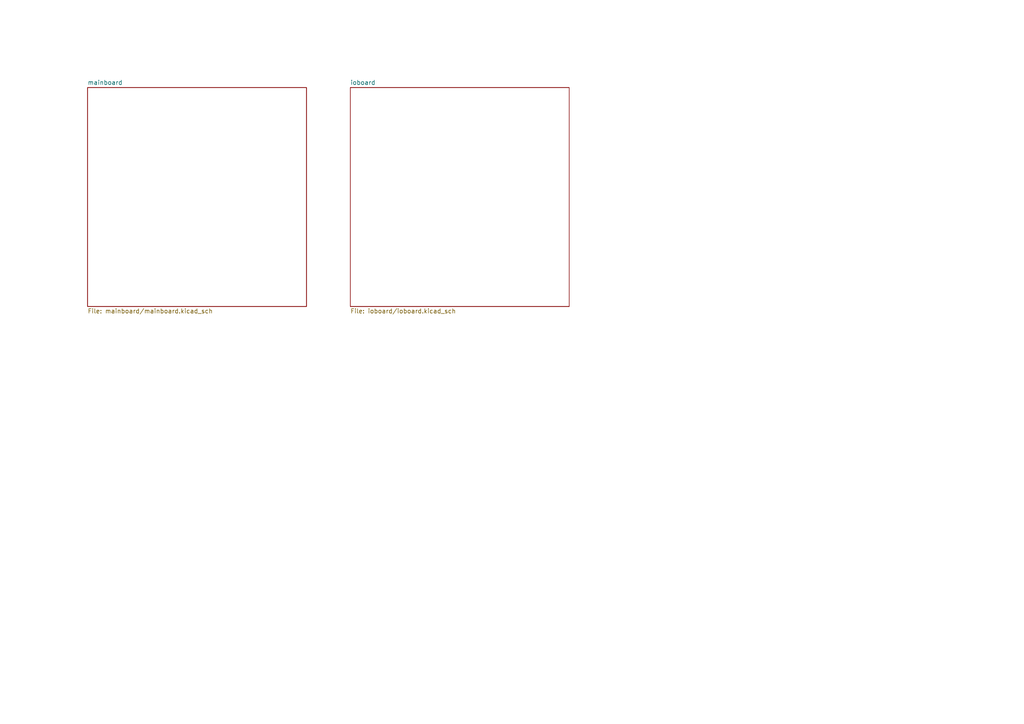
<source format=kicad_sch>
(kicad_sch (version 20211123) (generator eeschema)
  (paper "A4")
  (lib_symbols)
  (sheet (at 101.6 25.4) (size 63.5 63.5) (stroke (width 0.1524))
    (property "Sheet name" "ioboard" (at 101.6 24.6884 0) (effects (justify left bottom)))
    (property "Sheet file" "ioboard/ioboard.kicad_sch" (at 101.6 89.4846 0) (effects (justify left top)))
  )
  (sheet (at 25.4 25.4) (size 63.5 63.5) (stroke (width 0.1524))
    (property "Sheet name" "mainboard" (at 25.4 24.6884 0) (effects (justify left bottom)))
    (property "Sheet file" "mainboard/mainboard.kicad_sch" (at 25.4 89.4846 0) (effects (justify left top)))
  )
)
</source>
